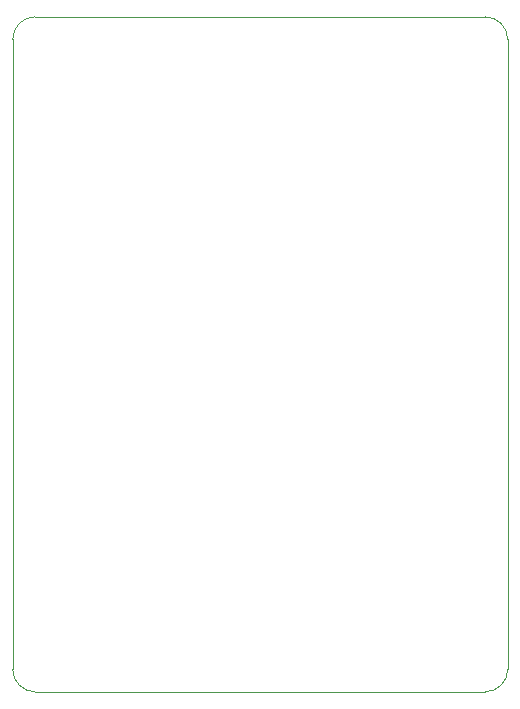
<source format=gbr>
%TF.GenerationSoftware,KiCad,Pcbnew,(5.1.9)-1*%
%TF.CreationDate,2021-03-20T14:40:21+09:00*%
%TF.ProjectId,converter_IC51-0444-467,636f6e76-6572-4746-9572-5f494335312d,1*%
%TF.SameCoordinates,Original*%
%TF.FileFunction,Profile,NP*%
%FSLAX46Y46*%
G04 Gerber Fmt 4.6, Leading zero omitted, Abs format (unit mm)*
G04 Created by KiCad (PCBNEW (5.1.9)-1) date 2021-03-20 14:40:21*
%MOMM*%
%LPD*%
G01*
G04 APERTURE LIST*
%TA.AperFunction,Profile*%
%ADD10C,0.050000*%
%TD*%
G04 APERTURE END LIST*
D10*
X169050000Y-71425000D02*
G75*
G02*
X170955000Y-73330000I0J-1905000D01*
G01*
X170955000Y-126670000D02*
G75*
G02*
X169050000Y-128575000I-1905000J0D01*
G01*
X130950000Y-128575000D02*
G75*
G02*
X129045000Y-126670000I0J1905000D01*
G01*
X129045000Y-73330000D02*
G75*
G02*
X130950000Y-71425000I1905000J0D01*
G01*
X169050000Y-71425000D02*
X130950000Y-71425000D01*
X170955000Y-126670000D02*
X170955000Y-73330000D01*
X130950000Y-128575000D02*
X169050000Y-128575000D01*
X129045000Y-73330000D02*
X129045000Y-126670000D01*
M02*

</source>
